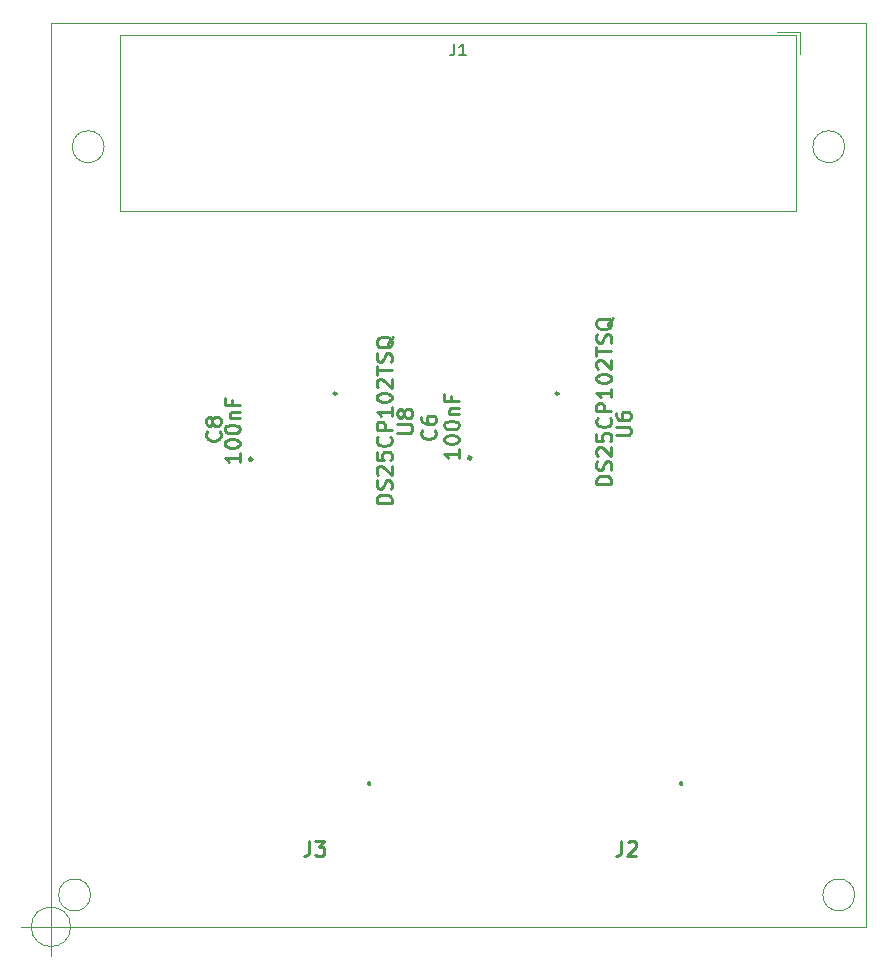
<source format=gbr>
G04 #@! TF.GenerationSoftware,KiCad,Pcbnew,(6.0.4-0)*
G04 #@! TF.CreationDate,2022-11-09T17:11:16+01:00*
G04 #@! TF.ProjectId,adapter_hybrid_assistor_hpc_2HDMI,61646170-7465-4725-9f68-79627269645f,rev?*
G04 #@! TF.SameCoordinates,Original*
G04 #@! TF.FileFunction,Legend,Top*
G04 #@! TF.FilePolarity,Positive*
%FSLAX46Y46*%
G04 Gerber Fmt 4.6, Leading zero omitted, Abs format (unit mm)*
G04 Created by KiCad (PCBNEW (6.0.4-0)) date 2022-11-09 17:11:16*
%MOMM*%
%LPD*%
G01*
G04 APERTURE LIST*
G04 #@! TA.AperFunction,Profile*
%ADD10C,0.100000*%
G04 #@! TD*
G04 #@! TA.AperFunction,Profile*
%ADD11C,0.050000*%
G04 #@! TD*
%ADD12C,0.254000*%
%ADD13C,0.150000*%
%ADD14C,0.330000*%
%ADD15C,0.120000*%
%ADD16C,0.300000*%
%ADD17C,0.250000*%
G04 APERTURE END LIST*
D10*
X100000000Y-100000000D02*
X100000000Y-176500000D01*
X100000000Y-176500000D02*
X169000000Y-176500000D01*
X169000000Y-100000000D02*
X169000000Y-176500000D01*
X100000000Y-100000000D02*
X169000000Y-100000000D01*
D11*
X168050000Y-173800000D02*
G75*
G03*
X168050000Y-173800000I-1350000J0D01*
G01*
X103350000Y-173800000D02*
G75*
G03*
X103350000Y-173800000I-1350000J0D01*
G01*
X104500000Y-110450000D02*
G75*
G03*
X104500000Y-110450000I-1350000J0D01*
G01*
X167200000Y-110450000D02*
G75*
G03*
X167200000Y-110450000I-1350000J0D01*
G01*
X101666666Y-176500000D02*
G75*
G03*
X101666666Y-176500000I-1666666J0D01*
G01*
X97500000Y-176500000D02*
X102500000Y-176500000D01*
X100000000Y-174000000D02*
X100000000Y-179000000D01*
X101666666Y-176500000D02*
G75*
G03*
X101666666Y-176500000I-1666666J0D01*
G01*
X97500000Y-176500000D02*
X102500000Y-176500000D01*
X100000000Y-174000000D02*
X100000000Y-179000000D01*
X101666666Y-176500000D02*
G75*
G03*
X101666666Y-176500000I-1666666J0D01*
G01*
X97500000Y-176500000D02*
X102500000Y-176500000D01*
X100000000Y-174000000D02*
X100000000Y-179000000D01*
D12*
X114273571Y-134541666D02*
X114334047Y-134602142D01*
X114394523Y-134783571D01*
X114394523Y-134904523D01*
X114334047Y-135085952D01*
X114213095Y-135206904D01*
X114092142Y-135267380D01*
X113850238Y-135327857D01*
X113668809Y-135327857D01*
X113426904Y-135267380D01*
X113305952Y-135206904D01*
X113185000Y-135085952D01*
X113124523Y-134904523D01*
X113124523Y-134783571D01*
X113185000Y-134602142D01*
X113245476Y-134541666D01*
X113668809Y-133815952D02*
X113608333Y-133936904D01*
X113547857Y-133997380D01*
X113426904Y-134057857D01*
X113366428Y-134057857D01*
X113245476Y-133997380D01*
X113185000Y-133936904D01*
X113124523Y-133815952D01*
X113124523Y-133574047D01*
X113185000Y-133453095D01*
X113245476Y-133392619D01*
X113366428Y-133332142D01*
X113426904Y-133332142D01*
X113547857Y-133392619D01*
X113608333Y-133453095D01*
X113668809Y-133574047D01*
X113668809Y-133815952D01*
X113729285Y-133936904D01*
X113789761Y-133997380D01*
X113910714Y-134057857D01*
X114152619Y-134057857D01*
X114273571Y-133997380D01*
X114334047Y-133936904D01*
X114394523Y-133815952D01*
X114394523Y-133574047D01*
X114334047Y-133453095D01*
X114273571Y-133392619D01*
X114152619Y-133332142D01*
X113910714Y-133332142D01*
X113789761Y-133392619D01*
X113729285Y-133453095D01*
X113668809Y-133574047D01*
X115984523Y-136425476D02*
X115984523Y-137151190D01*
X115984523Y-136788333D02*
X114714523Y-136788333D01*
X114895952Y-136909285D01*
X115016904Y-137030238D01*
X115077380Y-137151190D01*
X114714523Y-135639285D02*
X114714523Y-135518333D01*
X114775000Y-135397380D01*
X114835476Y-135336904D01*
X114956428Y-135276428D01*
X115198333Y-135215952D01*
X115500714Y-135215952D01*
X115742619Y-135276428D01*
X115863571Y-135336904D01*
X115924047Y-135397380D01*
X115984523Y-135518333D01*
X115984523Y-135639285D01*
X115924047Y-135760238D01*
X115863571Y-135820714D01*
X115742619Y-135881190D01*
X115500714Y-135941666D01*
X115198333Y-135941666D01*
X114956428Y-135881190D01*
X114835476Y-135820714D01*
X114775000Y-135760238D01*
X114714523Y-135639285D01*
X114714523Y-134429761D02*
X114714523Y-134308809D01*
X114775000Y-134187857D01*
X114835476Y-134127380D01*
X114956428Y-134066904D01*
X115198333Y-134006428D01*
X115500714Y-134006428D01*
X115742619Y-134066904D01*
X115863571Y-134127380D01*
X115924047Y-134187857D01*
X115984523Y-134308809D01*
X115984523Y-134429761D01*
X115924047Y-134550714D01*
X115863571Y-134611190D01*
X115742619Y-134671666D01*
X115500714Y-134732142D01*
X115198333Y-134732142D01*
X114956428Y-134671666D01*
X114835476Y-134611190D01*
X114775000Y-134550714D01*
X114714523Y-134429761D01*
X115137857Y-133462142D02*
X115984523Y-133462142D01*
X115258809Y-133462142D02*
X115198333Y-133401666D01*
X115137857Y-133280714D01*
X115137857Y-133099285D01*
X115198333Y-132978333D01*
X115319285Y-132917857D01*
X115984523Y-132917857D01*
X115319285Y-131889761D02*
X115319285Y-132313095D01*
X115984523Y-132313095D02*
X114714523Y-132313095D01*
X114714523Y-131708333D01*
D13*
X134159666Y-101712380D02*
X134159666Y-102426666D01*
X134112047Y-102569523D01*
X134016809Y-102664761D01*
X133873952Y-102712380D01*
X133778714Y-102712380D01*
X135159666Y-102712380D02*
X134588238Y-102712380D01*
X134873952Y-102712380D02*
X134873952Y-101712380D01*
X134778714Y-101855238D01*
X134683476Y-101950476D01*
X134588238Y-101998095D01*
D12*
X148293666Y-169230523D02*
X148293666Y-170137666D01*
X148233190Y-170319095D01*
X148112238Y-170440047D01*
X147930809Y-170500523D01*
X147809857Y-170500523D01*
X148837952Y-169351476D02*
X148898428Y-169291000D01*
X149019380Y-169230523D01*
X149321761Y-169230523D01*
X149442714Y-169291000D01*
X149503190Y-169351476D01*
X149563666Y-169472428D01*
X149563666Y-169593380D01*
X149503190Y-169774809D01*
X148777476Y-170500523D01*
X149563666Y-170500523D01*
X121877666Y-169230523D02*
X121877666Y-170137666D01*
X121817190Y-170319095D01*
X121696238Y-170440047D01*
X121514809Y-170500523D01*
X121393857Y-170500523D01*
X122361476Y-169230523D02*
X123147666Y-169230523D01*
X122724333Y-169714333D01*
X122905761Y-169714333D01*
X123026714Y-169774809D01*
X123087190Y-169835285D01*
X123147666Y-169956238D01*
X123147666Y-170258619D01*
X123087190Y-170379571D01*
X123026714Y-170440047D01*
X122905761Y-170500523D01*
X122542904Y-170500523D01*
X122421952Y-170440047D01*
X122361476Y-170379571D01*
X129334523Y-134667619D02*
X130362619Y-134667619D01*
X130483571Y-134607142D01*
X130544047Y-134546666D01*
X130604523Y-134425714D01*
X130604523Y-134183809D01*
X130544047Y-134062857D01*
X130483571Y-134002380D01*
X130362619Y-133941904D01*
X129334523Y-133941904D01*
X129878809Y-133155714D02*
X129818333Y-133276666D01*
X129757857Y-133337142D01*
X129636904Y-133397619D01*
X129576428Y-133397619D01*
X129455476Y-133337142D01*
X129395000Y-133276666D01*
X129334523Y-133155714D01*
X129334523Y-132913809D01*
X129395000Y-132792857D01*
X129455476Y-132732380D01*
X129576428Y-132671904D01*
X129636904Y-132671904D01*
X129757857Y-132732380D01*
X129818333Y-132792857D01*
X129878809Y-132913809D01*
X129878809Y-133155714D01*
X129939285Y-133276666D01*
X129999761Y-133337142D01*
X130120714Y-133397619D01*
X130362619Y-133397619D01*
X130483571Y-133337142D01*
X130544047Y-133276666D01*
X130604523Y-133155714D01*
X130604523Y-132913809D01*
X130544047Y-132792857D01*
X130483571Y-132732380D01*
X130362619Y-132671904D01*
X130120714Y-132671904D01*
X129999761Y-132732380D01*
X129939285Y-132792857D01*
X129878809Y-132913809D01*
X128854523Y-140625000D02*
X127584523Y-140625000D01*
X127584523Y-140322619D01*
X127645000Y-140141190D01*
X127765952Y-140020238D01*
X127886904Y-139959761D01*
X128128809Y-139899285D01*
X128310238Y-139899285D01*
X128552142Y-139959761D01*
X128673095Y-140020238D01*
X128794047Y-140141190D01*
X128854523Y-140322619D01*
X128854523Y-140625000D01*
X128794047Y-139415476D02*
X128854523Y-139234047D01*
X128854523Y-138931666D01*
X128794047Y-138810714D01*
X128733571Y-138750238D01*
X128612619Y-138689761D01*
X128491666Y-138689761D01*
X128370714Y-138750238D01*
X128310238Y-138810714D01*
X128249761Y-138931666D01*
X128189285Y-139173571D01*
X128128809Y-139294523D01*
X128068333Y-139355000D01*
X127947380Y-139415476D01*
X127826428Y-139415476D01*
X127705476Y-139355000D01*
X127645000Y-139294523D01*
X127584523Y-139173571D01*
X127584523Y-138871190D01*
X127645000Y-138689761D01*
X127705476Y-138205952D02*
X127645000Y-138145476D01*
X127584523Y-138024523D01*
X127584523Y-137722142D01*
X127645000Y-137601190D01*
X127705476Y-137540714D01*
X127826428Y-137480238D01*
X127947380Y-137480238D01*
X128128809Y-137540714D01*
X128854523Y-138266428D01*
X128854523Y-137480238D01*
X127584523Y-136331190D02*
X127584523Y-136935952D01*
X128189285Y-136996428D01*
X128128809Y-136935952D01*
X128068333Y-136815000D01*
X128068333Y-136512619D01*
X128128809Y-136391666D01*
X128189285Y-136331190D01*
X128310238Y-136270714D01*
X128612619Y-136270714D01*
X128733571Y-136331190D01*
X128794047Y-136391666D01*
X128854523Y-136512619D01*
X128854523Y-136815000D01*
X128794047Y-136935952D01*
X128733571Y-136996428D01*
X128733571Y-135000714D02*
X128794047Y-135061190D01*
X128854523Y-135242619D01*
X128854523Y-135363571D01*
X128794047Y-135545000D01*
X128673095Y-135665952D01*
X128552142Y-135726428D01*
X128310238Y-135786904D01*
X128128809Y-135786904D01*
X127886904Y-135726428D01*
X127765952Y-135665952D01*
X127645000Y-135545000D01*
X127584523Y-135363571D01*
X127584523Y-135242619D01*
X127645000Y-135061190D01*
X127705476Y-135000714D01*
X128854523Y-134456428D02*
X127584523Y-134456428D01*
X127584523Y-133972619D01*
X127645000Y-133851666D01*
X127705476Y-133791190D01*
X127826428Y-133730714D01*
X128007857Y-133730714D01*
X128128809Y-133791190D01*
X128189285Y-133851666D01*
X128249761Y-133972619D01*
X128249761Y-134456428D01*
X128854523Y-132521190D02*
X128854523Y-133246904D01*
X128854523Y-132884047D02*
X127584523Y-132884047D01*
X127765952Y-133005000D01*
X127886904Y-133125952D01*
X127947380Y-133246904D01*
X127584523Y-131735000D02*
X127584523Y-131614047D01*
X127645000Y-131493095D01*
X127705476Y-131432619D01*
X127826428Y-131372142D01*
X128068333Y-131311666D01*
X128370714Y-131311666D01*
X128612619Y-131372142D01*
X128733571Y-131432619D01*
X128794047Y-131493095D01*
X128854523Y-131614047D01*
X128854523Y-131735000D01*
X128794047Y-131855952D01*
X128733571Y-131916428D01*
X128612619Y-131976904D01*
X128370714Y-132037380D01*
X128068333Y-132037380D01*
X127826428Y-131976904D01*
X127705476Y-131916428D01*
X127645000Y-131855952D01*
X127584523Y-131735000D01*
X127705476Y-130827857D02*
X127645000Y-130767380D01*
X127584523Y-130646428D01*
X127584523Y-130344047D01*
X127645000Y-130223095D01*
X127705476Y-130162619D01*
X127826428Y-130102142D01*
X127947380Y-130102142D01*
X128128809Y-130162619D01*
X128854523Y-130888333D01*
X128854523Y-130102142D01*
X127584523Y-129739285D02*
X127584523Y-129013571D01*
X128854523Y-129376428D02*
X127584523Y-129376428D01*
X128794047Y-128650714D02*
X128854523Y-128469285D01*
X128854523Y-128166904D01*
X128794047Y-128045952D01*
X128733571Y-127985476D01*
X128612619Y-127925000D01*
X128491666Y-127925000D01*
X128370714Y-127985476D01*
X128310238Y-128045952D01*
X128249761Y-128166904D01*
X128189285Y-128408809D01*
X128128809Y-128529761D01*
X128068333Y-128590238D01*
X127947380Y-128650714D01*
X127826428Y-128650714D01*
X127705476Y-128590238D01*
X127645000Y-128529761D01*
X127584523Y-128408809D01*
X127584523Y-128106428D01*
X127645000Y-127925000D01*
X128975476Y-126534047D02*
X128915000Y-126655000D01*
X128794047Y-126775952D01*
X128612619Y-126957380D01*
X128552142Y-127078333D01*
X128552142Y-127199285D01*
X128854523Y-127138809D02*
X128794047Y-127259761D01*
X128673095Y-127380714D01*
X128431190Y-127441190D01*
X128007857Y-127441190D01*
X127765952Y-127380714D01*
X127645000Y-127259761D01*
X127584523Y-127138809D01*
X127584523Y-126896904D01*
X127645000Y-126775952D01*
X127765952Y-126655000D01*
X128007857Y-126594523D01*
X128431190Y-126594523D01*
X128673095Y-126655000D01*
X128794047Y-126775952D01*
X128854523Y-126896904D01*
X128854523Y-127138809D01*
X147824523Y-134887619D02*
X148852619Y-134887619D01*
X148973571Y-134827142D01*
X149034047Y-134766666D01*
X149094523Y-134645714D01*
X149094523Y-134403809D01*
X149034047Y-134282857D01*
X148973571Y-134222380D01*
X148852619Y-134161904D01*
X147824523Y-134161904D01*
X147824523Y-133012857D02*
X147824523Y-133254761D01*
X147885000Y-133375714D01*
X147945476Y-133436190D01*
X148126904Y-133557142D01*
X148368809Y-133617619D01*
X148852619Y-133617619D01*
X148973571Y-133557142D01*
X149034047Y-133496666D01*
X149094523Y-133375714D01*
X149094523Y-133133809D01*
X149034047Y-133012857D01*
X148973571Y-132952380D01*
X148852619Y-132891904D01*
X148550238Y-132891904D01*
X148429285Y-132952380D01*
X148368809Y-133012857D01*
X148308333Y-133133809D01*
X148308333Y-133375714D01*
X148368809Y-133496666D01*
X148429285Y-133557142D01*
X148550238Y-133617619D01*
X147434523Y-139035000D02*
X146164523Y-139035000D01*
X146164523Y-138732619D01*
X146225000Y-138551190D01*
X146345952Y-138430238D01*
X146466904Y-138369761D01*
X146708809Y-138309285D01*
X146890238Y-138309285D01*
X147132142Y-138369761D01*
X147253095Y-138430238D01*
X147374047Y-138551190D01*
X147434523Y-138732619D01*
X147434523Y-139035000D01*
X147374047Y-137825476D02*
X147434523Y-137644047D01*
X147434523Y-137341666D01*
X147374047Y-137220714D01*
X147313571Y-137160238D01*
X147192619Y-137099761D01*
X147071666Y-137099761D01*
X146950714Y-137160238D01*
X146890238Y-137220714D01*
X146829761Y-137341666D01*
X146769285Y-137583571D01*
X146708809Y-137704523D01*
X146648333Y-137765000D01*
X146527380Y-137825476D01*
X146406428Y-137825476D01*
X146285476Y-137765000D01*
X146225000Y-137704523D01*
X146164523Y-137583571D01*
X146164523Y-137281190D01*
X146225000Y-137099761D01*
X146285476Y-136615952D02*
X146225000Y-136555476D01*
X146164523Y-136434523D01*
X146164523Y-136132142D01*
X146225000Y-136011190D01*
X146285476Y-135950714D01*
X146406428Y-135890238D01*
X146527380Y-135890238D01*
X146708809Y-135950714D01*
X147434523Y-136676428D01*
X147434523Y-135890238D01*
X146164523Y-134741190D02*
X146164523Y-135345952D01*
X146769285Y-135406428D01*
X146708809Y-135345952D01*
X146648333Y-135225000D01*
X146648333Y-134922619D01*
X146708809Y-134801666D01*
X146769285Y-134741190D01*
X146890238Y-134680714D01*
X147192619Y-134680714D01*
X147313571Y-134741190D01*
X147374047Y-134801666D01*
X147434523Y-134922619D01*
X147434523Y-135225000D01*
X147374047Y-135345952D01*
X147313571Y-135406428D01*
X147313571Y-133410714D02*
X147374047Y-133471190D01*
X147434523Y-133652619D01*
X147434523Y-133773571D01*
X147374047Y-133955000D01*
X147253095Y-134075952D01*
X147132142Y-134136428D01*
X146890238Y-134196904D01*
X146708809Y-134196904D01*
X146466904Y-134136428D01*
X146345952Y-134075952D01*
X146225000Y-133955000D01*
X146164523Y-133773571D01*
X146164523Y-133652619D01*
X146225000Y-133471190D01*
X146285476Y-133410714D01*
X147434523Y-132866428D02*
X146164523Y-132866428D01*
X146164523Y-132382619D01*
X146225000Y-132261666D01*
X146285476Y-132201190D01*
X146406428Y-132140714D01*
X146587857Y-132140714D01*
X146708809Y-132201190D01*
X146769285Y-132261666D01*
X146829761Y-132382619D01*
X146829761Y-132866428D01*
X147434523Y-130931190D02*
X147434523Y-131656904D01*
X147434523Y-131294047D02*
X146164523Y-131294047D01*
X146345952Y-131415000D01*
X146466904Y-131535952D01*
X146527380Y-131656904D01*
X146164523Y-130145000D02*
X146164523Y-130024047D01*
X146225000Y-129903095D01*
X146285476Y-129842619D01*
X146406428Y-129782142D01*
X146648333Y-129721666D01*
X146950714Y-129721666D01*
X147192619Y-129782142D01*
X147313571Y-129842619D01*
X147374047Y-129903095D01*
X147434523Y-130024047D01*
X147434523Y-130145000D01*
X147374047Y-130265952D01*
X147313571Y-130326428D01*
X147192619Y-130386904D01*
X146950714Y-130447380D01*
X146648333Y-130447380D01*
X146406428Y-130386904D01*
X146285476Y-130326428D01*
X146225000Y-130265952D01*
X146164523Y-130145000D01*
X146285476Y-129237857D02*
X146225000Y-129177380D01*
X146164523Y-129056428D01*
X146164523Y-128754047D01*
X146225000Y-128633095D01*
X146285476Y-128572619D01*
X146406428Y-128512142D01*
X146527380Y-128512142D01*
X146708809Y-128572619D01*
X147434523Y-129298333D01*
X147434523Y-128512142D01*
X146164523Y-128149285D02*
X146164523Y-127423571D01*
X147434523Y-127786428D02*
X146164523Y-127786428D01*
X147374047Y-127060714D02*
X147434523Y-126879285D01*
X147434523Y-126576904D01*
X147374047Y-126455952D01*
X147313571Y-126395476D01*
X147192619Y-126335000D01*
X147071666Y-126335000D01*
X146950714Y-126395476D01*
X146890238Y-126455952D01*
X146829761Y-126576904D01*
X146769285Y-126818809D01*
X146708809Y-126939761D01*
X146648333Y-127000238D01*
X146527380Y-127060714D01*
X146406428Y-127060714D01*
X146285476Y-127000238D01*
X146225000Y-126939761D01*
X146164523Y-126818809D01*
X146164523Y-126516428D01*
X146225000Y-126335000D01*
X147555476Y-124944047D02*
X147495000Y-125065000D01*
X147374047Y-125185952D01*
X147192619Y-125367380D01*
X147132142Y-125488333D01*
X147132142Y-125609285D01*
X147434523Y-125548809D02*
X147374047Y-125669761D01*
X147253095Y-125790714D01*
X147011190Y-125851190D01*
X146587857Y-125851190D01*
X146345952Y-125790714D01*
X146225000Y-125669761D01*
X146164523Y-125548809D01*
X146164523Y-125306904D01*
X146225000Y-125185952D01*
X146345952Y-125065000D01*
X146587857Y-125004523D01*
X147011190Y-125004523D01*
X147253095Y-125065000D01*
X147374047Y-125185952D01*
X147434523Y-125306904D01*
X147434523Y-125548809D01*
X132483571Y-134421666D02*
X132544047Y-134482142D01*
X132604523Y-134663571D01*
X132604523Y-134784523D01*
X132544047Y-134965952D01*
X132423095Y-135086904D01*
X132302142Y-135147380D01*
X132060238Y-135207857D01*
X131878809Y-135207857D01*
X131636904Y-135147380D01*
X131515952Y-135086904D01*
X131395000Y-134965952D01*
X131334523Y-134784523D01*
X131334523Y-134663571D01*
X131395000Y-134482142D01*
X131455476Y-134421666D01*
X131334523Y-133333095D02*
X131334523Y-133575000D01*
X131395000Y-133695952D01*
X131455476Y-133756428D01*
X131636904Y-133877380D01*
X131878809Y-133937857D01*
X132362619Y-133937857D01*
X132483571Y-133877380D01*
X132544047Y-133816904D01*
X132604523Y-133695952D01*
X132604523Y-133454047D01*
X132544047Y-133333095D01*
X132483571Y-133272619D01*
X132362619Y-133212142D01*
X132060238Y-133212142D01*
X131939285Y-133272619D01*
X131878809Y-133333095D01*
X131818333Y-133454047D01*
X131818333Y-133695952D01*
X131878809Y-133816904D01*
X131939285Y-133877380D01*
X132060238Y-133937857D01*
X134544523Y-136075476D02*
X134544523Y-136801190D01*
X134544523Y-136438333D02*
X133274523Y-136438333D01*
X133455952Y-136559285D01*
X133576904Y-136680238D01*
X133637380Y-136801190D01*
X133274523Y-135289285D02*
X133274523Y-135168333D01*
X133335000Y-135047380D01*
X133395476Y-134986904D01*
X133516428Y-134926428D01*
X133758333Y-134865952D01*
X134060714Y-134865952D01*
X134302619Y-134926428D01*
X134423571Y-134986904D01*
X134484047Y-135047380D01*
X134544523Y-135168333D01*
X134544523Y-135289285D01*
X134484047Y-135410238D01*
X134423571Y-135470714D01*
X134302619Y-135531190D01*
X134060714Y-135591666D01*
X133758333Y-135591666D01*
X133516428Y-135531190D01*
X133395476Y-135470714D01*
X133335000Y-135410238D01*
X133274523Y-135289285D01*
X133274523Y-134079761D02*
X133274523Y-133958809D01*
X133335000Y-133837857D01*
X133395476Y-133777380D01*
X133516428Y-133716904D01*
X133758333Y-133656428D01*
X134060714Y-133656428D01*
X134302619Y-133716904D01*
X134423571Y-133777380D01*
X134484047Y-133837857D01*
X134544523Y-133958809D01*
X134544523Y-134079761D01*
X134484047Y-134200714D01*
X134423571Y-134261190D01*
X134302619Y-134321666D01*
X134060714Y-134382142D01*
X133758333Y-134382142D01*
X133516428Y-134321666D01*
X133395476Y-134261190D01*
X133335000Y-134200714D01*
X133274523Y-134079761D01*
X133697857Y-133112142D02*
X134544523Y-133112142D01*
X133818809Y-133112142D02*
X133758333Y-133051666D01*
X133697857Y-132930714D01*
X133697857Y-132749285D01*
X133758333Y-132628333D01*
X133879285Y-132567857D01*
X134544523Y-132567857D01*
X133879285Y-131539761D02*
X133879285Y-131963095D01*
X134544523Y-131963095D02*
X133274523Y-131963095D01*
X133274523Y-131358333D01*
D14*
X117007000Y-136920000D02*
G75*
G03*
X117007000Y-136920000I-100000J0D01*
G01*
D15*
X105883000Y-115908000D02*
X105883000Y-101008000D01*
X105883000Y-101008000D02*
X163103000Y-101008000D01*
X163103000Y-101008000D02*
X163103000Y-115908000D01*
X163103000Y-115908000D02*
X105883000Y-115908000D01*
X163393000Y-100718000D02*
X161493000Y-100718000D01*
X163393000Y-102618000D02*
X163393000Y-100718000D01*
D16*
X153366000Y-164326000D02*
X153366000Y-164326000D01*
X153366000Y-164426000D02*
X153366000Y-164426000D01*
X153366000Y-164426000D02*
G75*
G03*
X153366000Y-164326000I0J50000D01*
G01*
X153366000Y-164326000D02*
G75*
G03*
X153366000Y-164426000I0J-50000D01*
G01*
X126950000Y-164326000D02*
X126950000Y-164326000D01*
X126950000Y-164426000D02*
X126950000Y-164426000D01*
X126950000Y-164326000D02*
G75*
G03*
X126950000Y-164426000I0J-50000D01*
G01*
X126950000Y-164426000D02*
G75*
G03*
X126950000Y-164326000I0J50000D01*
G01*
D17*
X124180000Y-131356000D02*
G75*
G03*
X124180000Y-131356000I-125000J0D01*
G01*
X142976000Y-131356000D02*
G75*
G03*
X142976000Y-131356000I-125000J0D01*
G01*
D14*
X135549000Y-136793000D02*
G75*
G03*
X135549000Y-136793000I-100000J0D01*
G01*
M02*

</source>
